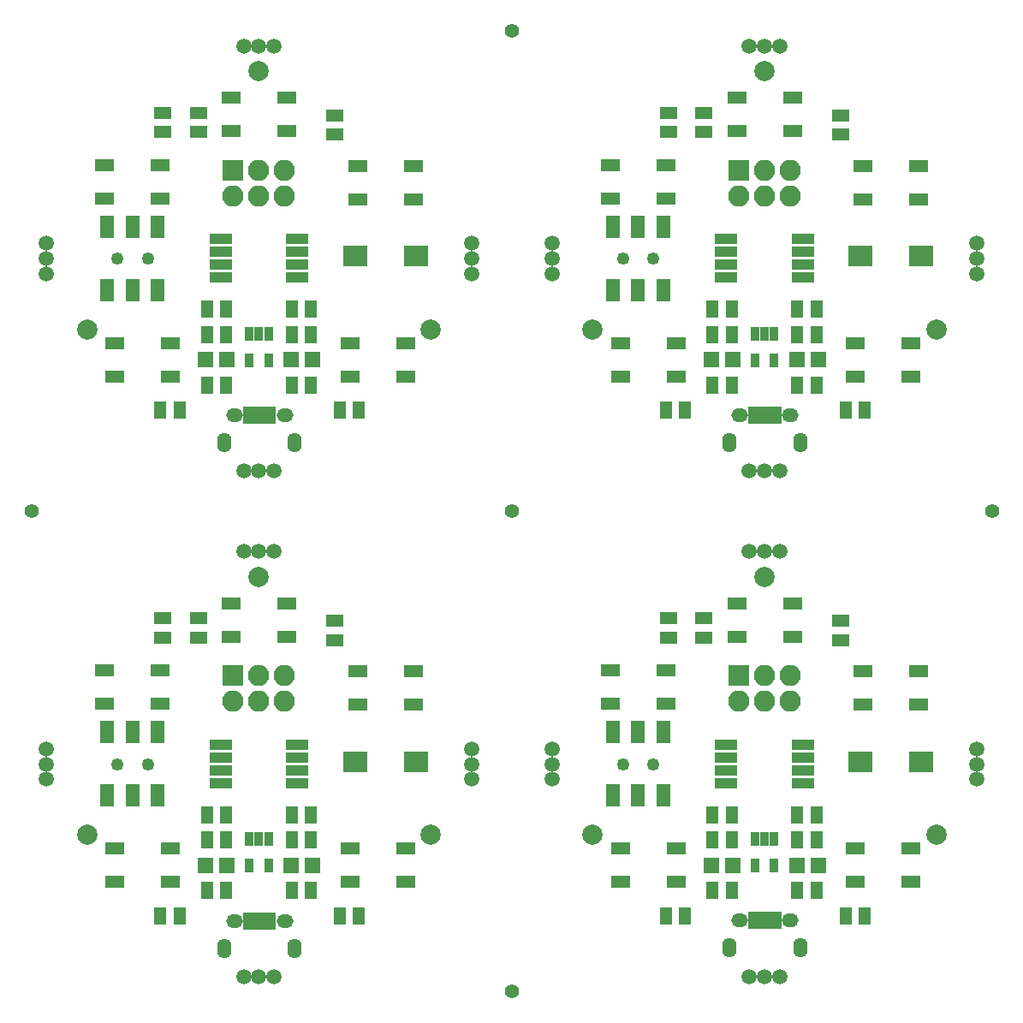
<source format=gts>
G04 #@! TF.FileFunction,Soldermask,Top*
%FSLAX46Y46*%
G04 Gerber Fmt 4.6, Leading zero omitted, Abs format (unit mm)*
G04 Created by KiCad (PCBNEW 4.0.7) date Sunday 01 April 2018 'à' 11:57:02*
%MOMM*%
%LPD*%
G01*
G04 APERTURE LIST*
%ADD10C,0.100000*%
%ADD11R,0.800000X1.750000*%
%ADD12O,1.650000X1.350000*%
%ADD13O,1.400000X1.950000*%
%ADD14C,1.500000*%
%ADD15C,2.000000*%
%ADD16R,1.289000X1.797000*%
%ADD17R,1.598880X1.598880*%
%ADD18R,1.900000X1.300000*%
%ADD19R,2.398980X2.000200*%
%ADD20R,1.797000X1.289000*%
%ADD21R,2.100000X2.100000*%
%ADD22O,2.100000X2.100000*%
%ADD23R,0.951180X1.400760*%
%ADD24R,2.200000X1.000000*%
%ADD25C,1.250000*%
%ADD26R,1.400000X2.200000*%
%ADD27C,1.400760*%
G04 APERTURE END LIST*
D10*
D11*
X193749100Y-100512460D03*
X194399100Y-100512460D03*
X195049100Y-100512460D03*
X195699100Y-100512460D03*
X196349100Y-100512460D03*
D12*
X192549100Y-100512460D03*
X197549100Y-100512460D03*
D13*
X191549100Y-103212460D03*
X198549100Y-103212460D03*
D11*
X143749100Y-100512460D03*
X144399100Y-100512460D03*
X145049100Y-100512460D03*
X145699100Y-100512460D03*
X146349100Y-100512460D03*
D12*
X142549100Y-100512460D03*
X147549100Y-100512460D03*
D13*
X141549100Y-103212460D03*
X148549100Y-103212460D03*
D11*
X143749100Y-150512460D03*
X144399100Y-150512460D03*
X145049100Y-150512460D03*
X145699100Y-150512460D03*
X146349100Y-150512460D03*
D12*
X142549100Y-150512460D03*
X147549100Y-150512460D03*
D13*
X141549100Y-153212460D03*
X148549100Y-153212460D03*
D14*
X143500000Y-114000000D03*
X193500000Y-114000000D03*
X193500000Y-64000000D03*
D15*
X212000000Y-142000000D03*
X162000000Y-142000000D03*
X212000000Y-92000000D03*
D16*
X200155000Y-140000000D03*
X198250000Y-140000000D03*
X150155000Y-140000000D03*
X148250000Y-140000000D03*
X200155000Y-90000000D03*
X198250000Y-90000000D03*
X198250000Y-142500000D03*
X200155000Y-142500000D03*
X148250000Y-142500000D03*
X150155000Y-142500000D03*
X198250000Y-92500000D03*
X200155000Y-92500000D03*
D17*
X198200280Y-145000000D03*
X200298320Y-145000000D03*
X148200280Y-145000000D03*
X150298320Y-145000000D03*
X198200280Y-95000000D03*
X200298320Y-95000000D03*
D18*
X204000000Y-146650000D03*
X209500000Y-146650000D03*
X209500000Y-143350000D03*
X204000000Y-143350000D03*
X154000000Y-146650000D03*
X159500000Y-146650000D03*
X159500000Y-143350000D03*
X154000000Y-143350000D03*
X204000000Y-96650000D03*
X209500000Y-96650000D03*
X209500000Y-93350000D03*
X204000000Y-93350000D03*
D16*
X203000000Y-150000000D03*
X204905000Y-150000000D03*
X153000000Y-150000000D03*
X154905000Y-150000000D03*
X203000000Y-100000000D03*
X204905000Y-100000000D03*
X200155000Y-147500000D03*
X198250000Y-147500000D03*
X150155000Y-147500000D03*
X148250000Y-147500000D03*
X200155000Y-97500000D03*
X198250000Y-97500000D03*
D14*
X196500000Y-156000000D03*
X146500000Y-156000000D03*
X196500000Y-106000000D03*
D16*
X191750000Y-147500000D03*
X189845000Y-147500000D03*
X141750000Y-147500000D03*
X139845000Y-147500000D03*
X191750000Y-97500000D03*
X189845000Y-97500000D03*
D14*
X193500000Y-156000000D03*
X143500000Y-156000000D03*
X193500000Y-106000000D03*
X195000000Y-156000000D03*
X145000000Y-156000000D03*
X195000000Y-106000000D03*
X216000000Y-135000000D03*
X166000000Y-135000000D03*
X216000000Y-85000000D03*
X216000000Y-136500000D03*
X166000000Y-136500000D03*
X216000000Y-86500000D03*
D19*
X204500260Y-134750000D03*
X210499740Y-134750000D03*
X154500260Y-134750000D03*
X160499740Y-134750000D03*
X204500260Y-84750000D03*
X210499740Y-84750000D03*
D20*
X202500000Y-122750000D03*
X202500000Y-120845000D03*
X152500000Y-122750000D03*
X152500000Y-120845000D03*
X202500000Y-72750000D03*
X202500000Y-70845000D03*
D18*
X204750000Y-129150000D03*
X210250000Y-129150000D03*
X210250000Y-125850000D03*
X204750000Y-125850000D03*
X154750000Y-129150000D03*
X160250000Y-129150000D03*
X160250000Y-125850000D03*
X154750000Y-125850000D03*
X204750000Y-79150000D03*
X210250000Y-79150000D03*
X210250000Y-75850000D03*
X204750000Y-75850000D03*
D14*
X216000000Y-133500000D03*
X166000000Y-133500000D03*
X216000000Y-83500000D03*
D20*
X189000000Y-122500000D03*
X189000000Y-120595000D03*
X139000000Y-122500000D03*
X139000000Y-120595000D03*
X189000000Y-72500000D03*
X189000000Y-70595000D03*
D21*
X192460000Y-126250000D03*
D22*
X192460000Y-128790000D03*
X195000000Y-126250000D03*
X195000000Y-128790000D03*
X197540000Y-126250000D03*
X197540000Y-128790000D03*
D21*
X142460000Y-126250000D03*
D22*
X142460000Y-128790000D03*
X145000000Y-126250000D03*
X145000000Y-128790000D03*
X147540000Y-126250000D03*
X147540000Y-128790000D03*
D21*
X192460000Y-76250000D03*
D22*
X192460000Y-78790000D03*
X195000000Y-76250000D03*
X195000000Y-78790000D03*
X197540000Y-76250000D03*
X197540000Y-78790000D03*
D18*
X192250000Y-122400000D03*
X197750000Y-122400000D03*
X197750000Y-119100000D03*
X192250000Y-119100000D03*
X142250000Y-122400000D03*
X147750000Y-122400000D03*
X147750000Y-119100000D03*
X142250000Y-119100000D03*
X192250000Y-72400000D03*
X197750000Y-72400000D03*
X197750000Y-69100000D03*
X192250000Y-69100000D03*
D14*
X196500000Y-114000000D03*
X146500000Y-114000000D03*
X196500000Y-64000000D03*
X195000000Y-114000000D03*
X145000000Y-114000000D03*
X195000000Y-64000000D03*
D20*
X185500000Y-122500000D03*
X185500000Y-120595000D03*
X135500000Y-122500000D03*
X135500000Y-120595000D03*
X185500000Y-72500000D03*
X185500000Y-70595000D03*
D15*
X195000000Y-116500000D03*
X145000000Y-116500000D03*
X195000000Y-66500000D03*
D18*
X180750000Y-146650000D03*
X186250000Y-146650000D03*
X186250000Y-143350000D03*
X180750000Y-143350000D03*
X130750000Y-146650000D03*
X136250000Y-146650000D03*
X136250000Y-143350000D03*
X130750000Y-143350000D03*
X180750000Y-96650000D03*
X186250000Y-96650000D03*
X186250000Y-93350000D03*
X180750000Y-93350000D03*
D16*
X185250000Y-150000000D03*
X187155000Y-150000000D03*
X135250000Y-150000000D03*
X137155000Y-150000000D03*
X185250000Y-100000000D03*
X187155000Y-100000000D03*
D17*
X191846520Y-145000000D03*
X189748480Y-145000000D03*
X141846520Y-145000000D03*
X139748480Y-145000000D03*
X191846520Y-95000000D03*
X189748480Y-95000000D03*
D23*
X195000000Y-142449520D03*
X194050040Y-145050480D03*
X195949960Y-145050480D03*
X194047500Y-142449520D03*
X195952500Y-142449520D03*
X145000000Y-142449520D03*
X144050040Y-145050480D03*
X145949960Y-145050480D03*
X144047500Y-142449520D03*
X145952500Y-142449520D03*
X195000000Y-92449520D03*
X194050040Y-95050480D03*
X195949960Y-95050480D03*
X194047500Y-92449520D03*
X195952500Y-92449520D03*
D16*
X189845000Y-142500000D03*
X191750000Y-142500000D03*
X139845000Y-142500000D03*
X141750000Y-142500000D03*
X189845000Y-92500000D03*
X191750000Y-92500000D03*
X191750000Y-140000000D03*
X189845000Y-140000000D03*
X141750000Y-140000000D03*
X139845000Y-140000000D03*
X191750000Y-90000000D03*
X189845000Y-90000000D03*
D24*
X198800000Y-136905000D03*
X198800000Y-135635000D03*
X198800000Y-134365000D03*
X198800000Y-133095000D03*
X191200000Y-133095000D03*
X191200000Y-134365000D03*
X191200000Y-135635000D03*
X191200000Y-136905000D03*
X148800000Y-136905000D03*
X148800000Y-135635000D03*
X148800000Y-134365000D03*
X148800000Y-133095000D03*
X141200000Y-133095000D03*
X141200000Y-134365000D03*
X141200000Y-135635000D03*
X141200000Y-136905000D03*
X198800000Y-86905000D03*
X198800000Y-85635000D03*
X198800000Y-84365000D03*
X198800000Y-83095000D03*
X191200000Y-83095000D03*
X191200000Y-84365000D03*
X191200000Y-85635000D03*
X191200000Y-86905000D03*
D18*
X179750000Y-129050000D03*
X185250000Y-129050000D03*
X185250000Y-125750000D03*
X179750000Y-125750000D03*
X129750000Y-129050000D03*
X135250000Y-129050000D03*
X135250000Y-125750000D03*
X129750000Y-125750000D03*
X179750000Y-79050000D03*
X185250000Y-79050000D03*
X185250000Y-75750000D03*
X179750000Y-75750000D03*
D25*
X184000000Y-135000000D03*
X181000000Y-135000000D03*
D26*
X180010800Y-131850400D03*
X182500000Y-131850400D03*
X184989200Y-131850400D03*
X180010800Y-138098800D03*
X182500000Y-138098800D03*
X184989200Y-138098800D03*
D25*
X134000000Y-135000000D03*
X131000000Y-135000000D03*
D26*
X130010800Y-131850400D03*
X132500000Y-131850400D03*
X134989200Y-131850400D03*
X130010800Y-138098800D03*
X132500000Y-138098800D03*
X134989200Y-138098800D03*
D25*
X184000000Y-85000000D03*
X181000000Y-85000000D03*
D26*
X180010800Y-81850400D03*
X182500000Y-81850400D03*
X184989200Y-81850400D03*
X180010800Y-88098800D03*
X182500000Y-88098800D03*
X184989200Y-88098800D03*
D14*
X174000000Y-133500000D03*
X124000000Y-133500000D03*
X174000000Y-83500000D03*
X174000000Y-135000000D03*
X124000000Y-135000000D03*
X174000000Y-85000000D03*
X174000000Y-136500000D03*
X124000000Y-136500000D03*
X174000000Y-86500000D03*
D15*
X178000000Y-142000000D03*
X128000000Y-142000000D03*
X178000000Y-92000000D03*
X145000000Y-66500000D03*
X162000000Y-92000000D03*
X128000000Y-92000000D03*
D14*
X166000000Y-86500000D03*
X166000000Y-83500000D03*
X166000000Y-85000000D03*
X146500000Y-106000000D03*
X145000000Y-106000000D03*
X143500000Y-106000000D03*
X124000000Y-86500000D03*
X124000000Y-85000000D03*
X124000000Y-83500000D03*
X146500000Y-64000000D03*
X145000000Y-64000000D03*
D24*
X148800000Y-86905000D03*
X148800000Y-85635000D03*
X148800000Y-84365000D03*
X148800000Y-83095000D03*
X141200000Y-83095000D03*
X141200000Y-84365000D03*
X141200000Y-85635000D03*
X141200000Y-86905000D03*
D18*
X130750000Y-96650000D03*
X136250000Y-96650000D03*
X136250000Y-93350000D03*
X130750000Y-93350000D03*
X142250000Y-72400000D03*
X147750000Y-72400000D03*
X147750000Y-69100000D03*
X142250000Y-69100000D03*
X154750000Y-79150000D03*
X160250000Y-79150000D03*
X160250000Y-75850000D03*
X154750000Y-75850000D03*
D16*
X141750000Y-97500000D03*
X139845000Y-97500000D03*
X141750000Y-90000000D03*
X139845000Y-90000000D03*
D21*
X142460000Y-76250000D03*
D22*
X142460000Y-78790000D03*
X145000000Y-76250000D03*
X145000000Y-78790000D03*
X147540000Y-76250000D03*
X147540000Y-78790000D03*
D16*
X139845000Y-92500000D03*
X141750000Y-92500000D03*
X148250000Y-92500000D03*
X150155000Y-92500000D03*
X150155000Y-97500000D03*
X148250000Y-97500000D03*
D19*
X154500260Y-84750000D03*
X160499740Y-84750000D03*
D23*
X145000000Y-92449520D03*
X144050040Y-95050480D03*
X145949960Y-95050480D03*
X144047500Y-92449520D03*
X145952500Y-92449520D03*
D20*
X139000000Y-72500000D03*
X139000000Y-70595000D03*
X135500000Y-72500000D03*
X135500000Y-70595000D03*
X152500000Y-72750000D03*
X152500000Y-70845000D03*
D16*
X150155000Y-90000000D03*
X148250000Y-90000000D03*
D25*
X134000000Y-85000000D03*
X131000000Y-85000000D03*
D26*
X130010800Y-81850400D03*
X132500000Y-81850400D03*
X134989200Y-81850400D03*
X130010800Y-88098800D03*
X132500000Y-88098800D03*
X134989200Y-88098800D03*
D16*
X135250000Y-100000000D03*
X137155000Y-100000000D03*
X153000000Y-100000000D03*
X154905000Y-100000000D03*
D18*
X154000000Y-96650000D03*
X159500000Y-96650000D03*
X159500000Y-93350000D03*
X154000000Y-93350000D03*
X129750000Y-79050000D03*
X135250000Y-79050000D03*
X135250000Y-75750000D03*
X129750000Y-75750000D03*
D17*
X141846520Y-95000000D03*
X139748480Y-95000000D03*
X148200280Y-95000000D03*
X150298320Y-95000000D03*
D27*
X170000000Y-110000000D03*
X170000000Y-157500000D03*
X217500000Y-110000000D03*
X122500000Y-110000000D03*
X170000000Y-62500000D03*
D14*
X143500000Y-64000000D03*
D11*
X193749100Y-150487460D03*
X194399100Y-150487460D03*
X195049100Y-150487460D03*
X195699100Y-150487460D03*
X196349100Y-150487460D03*
D12*
X192549100Y-150487460D03*
X197549100Y-150487460D03*
D13*
X191549100Y-153187460D03*
X198549100Y-153187460D03*
M02*

</source>
